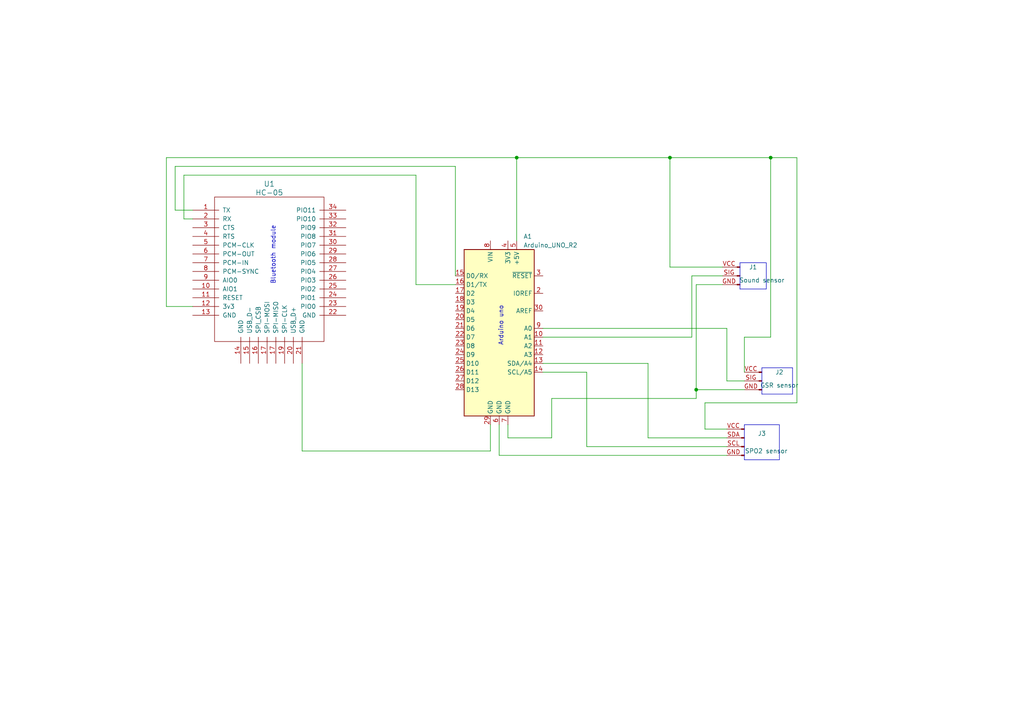
<source format=kicad_sch>
(kicad_sch (version 20230121) (generator eeschema)
  (paper "A4")
  (lib_symbols
    (symbol "Conn_01x03_Pin_1" (pin_names (offset 1.016) hide)
      (property "Reference" "J2" (at -0.635 6.35 0))
      (property "Value" "GSR sensor" (at -0.635 3.81 0))
      (symbol "Conn_01x03_Pin_1_1_1"
        (polyline (pts (xy 1.27 -2.54) (xy 0.8636 -2.54)) (stroke (width 0.1524)))
        (polyline (pts (xy 1.27 0) (xy 0.8636 0)) (stroke (width 0.1524)))
        (polyline (pts (xy 1.27 2.54) (xy 0.8636 2.54)) (stroke (width 0.1524)))
        (rectangle (start 0.8636 -2.413) (end 0 -2.667) (stroke (width 0.1524)) (fill (type outline)))
        (rectangle (start 0.8636 0.127) (end 0 -0.127) (stroke (width 0.1524)) (fill (type outline)))
        (rectangle (start 0.8636 2.667) (end 0 2.413) (stroke (width 0.1524)) (fill (type outline)))
        (pin passive line (at 5.08 -2.54 180) (length 3.81) (name "GND") (number "GND"))
        (pin passive line (at 5.08 0 180) (length 3.81) (name "SIG") (number "SIG"))
        (pin passive line (at 5.08 2.54 180) (length 3.81) (name "VCC") (number "VCC"))
      )
    )
    (symbol "Connector:Conn_01x03_Pin" (pin_names (offset 1.016) hide)
      (property "Reference" "J1" (at -1.27 8.89 0))
      (property "Value" "Sound sensor" (at -1.27 6.35 0))
      (symbol "Conn_01x03_Pin_1_1"
        (polyline (pts (xy 1.27 -2.54) (xy 0.8636 -2.54)) (stroke (width 0.1524)))
        (polyline (pts (xy 1.27 0) (xy 0.8636 0)) (stroke (width 0.1524)))
        (polyline (pts (xy 1.27 2.54) (xy 0.8636 2.54)) (stroke (width 0.1524)))
        (rectangle (start 0.8636 -2.413) (end 0 -2.667) (stroke (width 0.1524)) (fill (type outline)))
        (rectangle (start 0.8636 0.127) (end 0 -0.127) (stroke (width 0.1524)) (fill (type outline)))
        (rectangle (start 0.8636 2.667) (end 0 2.413) (stroke (width 0.1524)) (fill (type outline)))
        (pin passive line (at 5.08 -2.54 180) (length 3.81) (name "GND") (number "GND"))
        (pin passive line (at 5.08 0 180) (length 3.81) (name "SIG") (number "SIG"))
        (pin passive line (at 5.08 2.54 180) (length 3.81) (name "VCC") (number "VCC"))
      )
    )
    (symbol "Connector:Conn_01x04_Pin" (pin_names (offset 1.016) hide)
      (property "Reference" "J3" (at -0.635 6.35 0))
      (property "Value" "SPO2 sensor" (at -0.635 3.81 0))
      (symbol "Conn_01x04_Pin_1_1"
        (polyline (pts (xy 1.27 -5.08) (xy 0.8636 -5.08)) (stroke (width 0.1524)))
        (polyline (pts (xy 1.27 -2.54) (xy 0.8636 -2.54)) (stroke (width 0.1524)))
        (polyline (pts (xy 1.27 0) (xy 0.8636 0)) (stroke (width 0.1524)))
        (polyline (pts (xy 1.27 2.54) (xy 0.8636 2.54)) (stroke (width 0.1524)))
        (rectangle (start 0.8636 -4.953) (end 0 -5.207) (stroke (width 0.1524)) (fill (type outline)))
        (rectangle (start 0.8636 -2.413) (end 0 -2.667) (stroke (width 0.1524)) (fill (type outline)))
        (rectangle (start 0.8636 0.127) (end 0 -0.127) (stroke (width 0.1524)) (fill (type outline)))
        (rectangle (start 0.8636 2.667) (end 0 2.413) (stroke (width 0.1524)) (fill (type outline)))
        (pin passive line (at 5.08 -5.08 180) (length 3.81) (name "GND") (number "GND"))
        (pin passive line (at 5.08 -2.54 180) (length 3.81) (name "SCL") (number "SCL"))
        (pin passive line (at 5.08 0 180) (length 3.81) (name "SDA") (number "SDA"))
        (pin passive line (at 5.08 2.54 180) (length 3.81) (name "VCC") (number "VCC"))
      )
    )
    (symbol "HC-05:HC-05" (pin_names (offset 1.016))
      (property "Reference" "U" (at -2.54 11.43 0))
      (property "Value" "HC-05" (at 0 15.24 0))
      (symbol "HC-05_0_1"
        (rectangle (start -16.51 17.78) (end 15.24 -24.13))
      )
      (symbol "HC-05_1_1"
        (pin input line (at -22.86 13.97 0) (length 7.62) (name "TX") (number "1"))
        (pin input line (at -22.86 -8.89 0) (length 7.62) (name "AIO1") (number "10"))
        (pin input line (at -22.86 -11.43 0) (length 7.62) (name "RESET") (number "11"))
        (pin input line (at -22.86 -13.97 0) (length 7.62) (name "3v3") (number "12"))
        (pin input line (at -22.86 -16.51 0) (length 7.62) (name "GND") (number "13"))
        (pin input line (at -8.89 -30.48 90) (length 7.62) (name "GND") (number "14"))
        (pin input line (at -6.35 -30.48 90) (length 7.62) (name "USB_D-") (number "15"))
        (pin input line (at -3.81 -30.48 90) (length 7.62) (name "SPI_CSB") (number "16"))
        (pin input line (at 1.27 -30.48 90) (length 7.62) (name "SPI-MISO") (number "17"))
        (pin input line (at -1.27 -30.48 90) (length 7.62) (name "SPI-MOSI") (number "17"))
        (pin input line (at 3.81 -30.48 90) (length 7.62) (name "SPI-CLK") (number "19"))
        (pin input line (at -22.86 11.43 0) (length 7.62) (name "RX") (number "2"))
        (pin input line (at 6.35 -30.48 90) (length 7.62) (name "USB_D+") (number "20"))
        (pin input line (at 8.89 -30.48 90) (length 7.62) (name "GND") (number "21"))
        (pin input line (at 21.59 -16.51 180) (length 7.62) (name "GND") (number "22"))
        (pin input line (at 21.59 -13.97 180) (length 7.62) (name "PIO0") (number "23"))
        (pin input line (at 21.59 -11.43 180) (length 7.62) (name "PIO1") (number "24"))
        (pin input line (at 21.59 -8.89 180) (length 7.62) (name "PIO2") (number "25"))
        (pin input line (at 21.59 -6.35 180) (length 7.62) (name "PIO3") (number "26"))
        (pin input line (at 21.59 -3.81 180) (length 7.62) (name "PIO4") (number "27"))
        (pin input line (at 21.59 -1.27 180) (length 7.62) (name "PIO5") (number "28"))
        (pin input line (at 21.59 1.27 180) (length 7.62) (name "PIO6") (number "29"))
        (pin input line (at -22.86 8.89 0) (length 7.62) (name "CTS") (number "3"))
        (pin input line (at 21.59 3.81 180) (length 7.62) (name "PIO7") (number "30"))
        (pin input line (at 21.59 6.35 180) (length 7.62) (name "PIO8") (number "31"))
        (pin input line (at 21.59 8.89 180) (length 7.62) (name "PIO9") (number "32"))
        (pin input line (at 21.59 11.43 180) (length 7.62) (name "PIO10") (number "33"))
        (pin input line (at 21.59 13.97 180) (length 7.62) (name "PIO11") (number "34"))
        (pin input line (at -22.86 6.35 0) (length 7.62) (name "RTS") (number "4"))
        (pin input line (at -22.86 3.81 0) (length 7.62) (name "PCM-CLK") (number "5"))
        (pin input line (at -22.86 1.27 0) (length 7.62) (name "PCM-OUT") (number "6"))
        (pin input line (at -22.86 -1.27 0) (length 7.62) (name "PCM-IN") (number "7"))
        (pin input line (at -22.86 -3.81 0) (length 7.62) (name "PCM-SYNC") (number "8"))
        (pin input line (at -22.86 -6.35 0) (length 7.62) (name "AIO0") (number "9"))
      )
    )
    (symbol "MCU_Module:Arduino_UNO_R2"
      (property "Reference" "A" (at -10.16 23.495 0))
      (property "Value" "Arduino_UNO_R2" (at 5.08 -26.67 0))
      (symbol "Arduino_UNO_R2_0_1"
        (rectangle (start -10.16 22.86) (end 10.16 -25.4) (stroke (width 0.254)) (fill (type background)))
      )
      (symbol "Arduino_UNO_R2_1_1"
        (pin no_connect line (at -10.16 -20.32 0) (length 2.54) hide (name "NC") (number "1"))
        (pin bidirectional line (at 12.7 -2.54 180) (length 2.54) (name "A1") (number "10"))
        (pin bidirectional line (at 12.7 -5.08 180) (length 2.54) (name "A2") (number "11"))
        (pin bidirectional line (at 12.7 -7.62 180) (length 2.54) (name "A3") (number "12"))
        (pin bidirectional line (at 12.7 -10.16 180) (length 2.54) (name "SDA/A4") (number "13"))
        (pin bidirectional line (at 12.7 -12.7 180) (length 2.54) (name "SCL/A5") (number "14"))
        (pin bidirectional line (at -12.7 15.24 0) (length 2.54) (name "D0/RX") (number "15"))
        (pin bidirectional line (at -12.7 12.7 0) (length 2.54) (name "D1/TX") (number "16"))
        (pin bidirectional line (at -12.7 10.16 0) (length 2.54) (name "D2") (number "17"))
        (pin bidirectional line (at -12.7 7.62 0) (length 2.54) (name "D3") (number "18"))
        (pin bidirectional line (at -12.7 5.08 0) (length 2.54) (name "D4") (number "19"))
        (pin output line (at 12.7 10.16 180) (length 2.54) (name "IOREF") (number "2"))
        (pin bidirectional line (at -12.7 2.54 0) (length 2.54) (name "D5") (number "20"))
        (pin bidirectional line (at -12.7 0 0) (length 2.54) (name "D6") (number "21"))
        (pin bidirectional line (at -12.7 -2.54 0) (length 2.54) (name "D7") (number "22"))
        (pin bidirectional line (at -12.7 -5.08 0) (length 2.54) (name "D8") (number "23"))
        (pin bidirectional line (at -12.7 -7.62 0) (length 2.54) (name "D9") (number "24"))
        (pin bidirectional line (at -12.7 -10.16 0) (length 2.54) (name "D10") (number "25"))
        (pin bidirectional line (at -12.7 -12.7 0) (length 2.54) (name "D11") (number "26"))
        (pin bidirectional line (at -12.7 -15.24 0) (length 2.54) (name "D12") (number "27"))
        (pin bidirectional line (at -12.7 -17.78 0) (length 2.54) (name "D13") (number "28"))
        (pin power_in line (at -2.54 -27.94 90) (length 2.54) (name "GND") (number "29"))
        (pin input line (at 12.7 15.24 180) (length 2.54) (name "~{RESET}") (number "3"))
        (pin input line (at 12.7 5.08 180) (length 2.54) (name "AREF") (number "30"))
        (pin power_out line (at 2.54 25.4 270) (length 2.54) (name "3V3") (number "4"))
        (pin power_out line (at 5.08 25.4 270) (length 2.54) (name "+5V") (number "5"))
        (pin power_in line (at 0 -27.94 90) (length 2.54) (name "GND") (number "6"))
        (pin power_in line (at 2.54 -27.94 90) (length 2.54) (name "GND") (number "7"))
        (pin power_in line (at -2.54 25.4 270) (length 2.54) (name "VIN") (number "8"))
        (pin bidirectional line (at 12.7 0 180) (length 2.54) (name "A0") (number "9"))
      )
    )
  )
  (junction (at 223.52 45.72))
  (junction (at 201.93 113.03))
  (junction (at 149.86 45.72))
  (junction (at 194.31 45.72))
  (polyline (pts (xy 220.98 106.68) (xy 220.98 114.3)))
  (wire (pts (xy 147.32 127) (xy 147.32 123.19)))
  (wire (pts (xy 55.88 88.9) (xy 48.26 88.9)))
  (wire (pts (xy 87.63 130.81) (xy 142.24 130.81)))
  (wire (pts (xy 48.26 88.9) (xy 48.26 45.72)))
  (wire (pts (xy 194.31 45.72) (xy 149.86 45.72)))
  (wire (pts (xy 53.34 63.5) (xy 53.34 50.8)))
  (wire (pts (xy 194.31 77.47) (xy 194.31 45.72)))
  (wire (pts (xy 157.48 97.79) (xy 200.66 97.79)))
  (polyline (pts (xy 214.63 83.82) (xy 222.25 83.82)))
  (wire (pts (xy 204.47 124.46) (xy 204.47 116.84)))
  (wire (pts (xy 187.96 105.41) (xy 187.96 127)))
  (wire (pts (xy 200.66 80.01) (xy 209.55 80.01)))
  (polyline (pts (xy 229.87 114.3) (xy 229.87 106.68)))
  (wire (pts (xy 48.26 45.72) (xy 149.86 45.72)))
  (wire (pts (xy 144.78 132.08) (xy 144.78 123.19)))
  (polyline (pts (xy 226.06 133.35) (xy 226.06 123.19)))
  (wire (pts (xy 157.48 95.25) (xy 210.82 95.25)))
  (wire (pts (xy 132.08 80.01) (xy 132.08 48.26)))
  (wire (pts (xy 120.65 82.55) (xy 132.08 82.55)))
  (polyline (pts (xy 222.25 83.82) (xy 222.25 76.2)))
  (wire (pts (xy 170.18 129.54) (xy 210.82 129.54)))
  (wire (pts (xy 55.88 63.5) (xy 53.34 63.5)))
  (polyline (pts (xy 214.63 76.2) (xy 214.63 83.82)))
  (wire (pts (xy 204.47 116.84) (xy 231.14 116.84)))
  (wire (pts (xy 201.93 113.03) (xy 201.93 115.57)))
  (wire (pts (xy 50.8 60.96) (xy 55.88 60.96)))
  (wire (pts (xy 50.8 48.26) (xy 50.8 60.96)))
  (wire (pts (xy 201.93 115.57) (xy 160.02 115.57)))
  (wire (pts (xy 200.66 97.79) (xy 200.66 80.01)))
  (wire (pts (xy 209.55 82.55) (xy 201.93 82.55)))
  (wire (pts (xy 201.93 82.55) (xy 201.93 113.03)))
  (polyline (pts (xy 215.9 133.35) (xy 226.06 133.35)))
  (polyline (pts (xy 220.98 106.68) (xy 229.87 106.68)))
  (wire (pts (xy 160.02 127) (xy 147.32 127)))
  (wire (pts (xy 223.52 97.79) (xy 223.52 45.72)))
  (polyline (pts (xy 214.63 76.2) (xy 222.25 76.2)))
  (wire (pts (xy 223.52 45.72) (xy 231.14 45.72)))
  (wire (pts (xy 223.52 45.72) (xy 194.31 45.72)))
  (wire (pts (xy 157.48 105.41) (xy 187.96 105.41)))
  (wire (pts (xy 53.34 50.8) (xy 120.65 50.8)))
  (wire (pts (xy 170.18 107.95) (xy 170.18 129.54)))
  (wire (pts (xy 132.08 48.26) (xy 50.8 48.26)))
  (wire (pts (xy 142.24 130.81) (xy 142.24 123.19)))
  (wire (pts (xy 120.65 50.8) (xy 120.65 82.55)))
  (wire (pts (xy 210.82 124.46) (xy 204.47 124.46)))
  (wire (pts (xy 160.02 115.57) (xy 160.02 127)))
  (wire (pts (xy 210.82 132.08) (xy 144.78 132.08)))
  (wire (pts (xy 209.55 77.47) (xy 194.31 77.47)))
  (wire (pts (xy 231.14 116.84) (xy 231.14 45.72)))
  (wire (pts (xy 149.86 45.72) (xy 149.86 69.85)))
  (wire (pts (xy 157.48 107.95) (xy 170.18 107.95)))
  (polyline (pts (xy 215.9 123.19) (xy 215.9 133.35)))
  (wire (pts (xy 210.82 95.25) (xy 210.82 110.49)))
  (wire (pts (xy 210.82 110.49) (xy 215.9 110.49)))
  (polyline (pts (xy 220.98 114.3) (xy 229.87 114.3)))
  (wire (pts (xy 87.63 105.41) (xy 87.63 130.81)))
  (wire (pts (xy 215.9 107.95) (xy 215.9 97.79)))
  (wire (pts (xy 187.96 127) (xy 210.82 127)))
  (polyline (pts (xy 215.9 123.19) (xy 226.06 123.19)))
  (wire (pts (xy 201.93 113.03) (xy 215.9 113.03)))
  (wire (pts (xy 215.9 97.79) (xy 223.52 97.79)))
  (text "Arduino uno" (at 146.05 100.33 90) (effects (font (size 1.27 1.27)) (justify left bottom)))
  (text "Bluetooth module" (at 80.01 82.55 90) (effects (font (size 1.27 1.27)) (justify left bottom)))
  (symbol (lib_id "Connector:Conn_01x03_Pin") (at 214.63 80.01 0) (mirror y) (unit 1)
    (property "Reference" "J1" (at 218.44 77.47 0))
    (property "Value" "Sound sensor" (at 220.98 81.28 0))
  )
  (symbol (lib_name "Conn_01x03_Pin_1") (lib_id "Connector:Conn_01x03_Pin") (at 220.98 110.49 0) (mirror y) (unit 1)
    (property "Reference" "J2" (at 226.06 107.95 0))
    (property "Value" "GSR sensor" (at 226.06 111.76 0))
  )
  (symbol (lib_id "MCU_Module:Arduino_UNO_R2") (at 144.78 95.25 0) (unit 1)
    (property "Reference" "A1" (at 151.8159 68.58 0) (effects (justify left)))
    (property "Value" "Arduino_UNO_R2" (at 151.8159 71.12 0) (effects (justify left)))
    (property "Footprint" "Module:Arduino_UNO_R2" (effects hide))
    (property "Datasheet" "https://www.arduino.cc/en/Main/arduinoBoardUno" (effects hide))
  )
  (symbol (lib_id "Connector:Conn_01x04_Pin") (at 215.9 127 0) (mirror y) (unit 1)
    (property "Reference" "J3" (at 220.98 125.73 0))
    (property "Value" "SPO2 sensor" (at 222.25 130.81 0))
  )
  (symbol (lib_id "HC-05:HC-05") (at 78.74 74.93 0) (unit 1)
    (property "Reference" "U1" (at 78.105 53.34 0) (effects (font (size 1.524 1.524))))
    (property "Value" "HC-05" (at 78.105 55.88 0) (effects (font (size 1.524 1.524))))
  )
)
</source>
